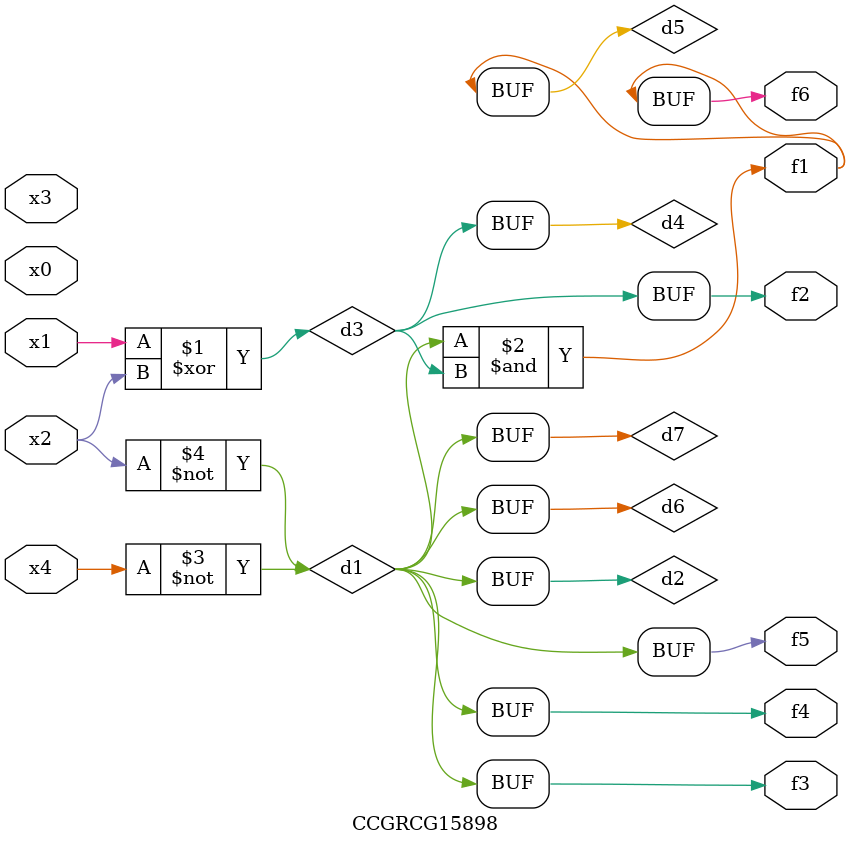
<source format=v>
module CCGRCG15898(
	input x0, x1, x2, x3, x4,
	output f1, f2, f3, f4, f5, f6
);

	wire d1, d2, d3, d4, d5, d6, d7;

	not (d1, x4);
	not (d2, x2);
	xor (d3, x1, x2);
	buf (d4, d3);
	and (d5, d1, d3);
	buf (d6, d1, d2);
	buf (d7, d2);
	assign f1 = d5;
	assign f2 = d4;
	assign f3 = d7;
	assign f4 = d7;
	assign f5 = d7;
	assign f6 = d5;
endmodule

</source>
